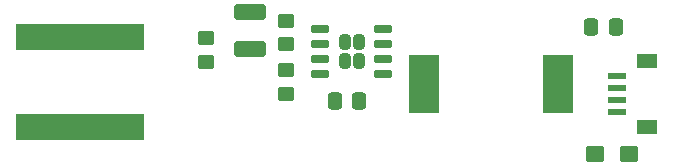
<source format=gbr>
%TF.GenerationSoftware,KiCad,Pcbnew,6.0.11-2627ca5db0~126~ubuntu22.04.1*%
%TF.CreationDate,2023-02-14T21:50:32-05:00*%
%TF.ProjectId,qwiic-interface,71776969-632d-4696-9e74-657266616365,2.0*%
%TF.SameCoordinates,Original*%
%TF.FileFunction,Paste,Top*%
%TF.FilePolarity,Positive*%
%FSLAX46Y46*%
G04 Gerber Fmt 4.6, Leading zero omitted, Abs format (unit mm)*
G04 Created by KiCad (PCBNEW 6.0.11-2627ca5db0~126~ubuntu22.04.1) date 2023-02-14 21:50:32*
%MOMM*%
%LPD*%
G01*
G04 APERTURE LIST*
G04 Aperture macros list*
%AMRoundRect*
0 Rectangle with rounded corners*
0 $1 Rounding radius*
0 $2 $3 $4 $5 $6 $7 $8 $9 X,Y pos of 4 corners*
0 Add a 4 corners polygon primitive as box body*
4,1,4,$2,$3,$4,$5,$6,$7,$8,$9,$2,$3,0*
0 Add four circle primitives for the rounded corners*
1,1,$1+$1,$2,$3*
1,1,$1+$1,$4,$5*
1,1,$1+$1,$6,$7*
1,1,$1+$1,$8,$9*
0 Add four rect primitives between the rounded corners*
20,1,$1+$1,$2,$3,$4,$5,0*
20,1,$1+$1,$4,$5,$6,$7,0*
20,1,$1+$1,$6,$7,$8,$9,0*
20,1,$1+$1,$8,$9,$2,$3,0*%
G04 Aperture macros list end*
%ADD10R,2.590800X5.003800*%
%ADD11RoundRect,0.250000X-0.450000X0.350000X-0.450000X-0.350000X0.450000X-0.350000X0.450000X0.350000X0*%
%ADD12RoundRect,0.250000X-0.337500X-0.475000X0.337500X-0.475000X0.337500X0.475000X-0.337500X0.475000X0*%
%ADD13RoundRect,0.242500X0.242500X0.402500X-0.242500X0.402500X-0.242500X-0.402500X0.242500X-0.402500X0*%
%ADD14RoundRect,0.150000X0.650000X0.150000X-0.650000X0.150000X-0.650000X-0.150000X0.650000X-0.150000X0*%
%ADD15R,10.845800X2.209800*%
%ADD16RoundRect,0.250000X-1.100000X0.412500X-1.100000X-0.412500X1.100000X-0.412500X1.100000X0.412500X0*%
%ADD17R,1.549400X0.609600*%
%ADD18R,1.803400X1.193800*%
%ADD19RoundRect,0.250000X-0.537500X-0.425000X0.537500X-0.425000X0.537500X0.425000X-0.537500X0.425000X0*%
G04 APERTURE END LIST*
D10*
%TO.C,L1*%
X138297700Y-68200000D03*
X149702300Y-68200000D03*
%TD*%
D11*
%TO.C,F1*%
X119900000Y-64300000D03*
X119900000Y-66300000D03*
%TD*%
D12*
%TO.C,C5*%
X152462500Y-63300000D03*
X154537500Y-63300000D03*
%TD*%
D13*
%TO.C,U1*%
X131600000Y-64600000D03*
X132800000Y-64600000D03*
X131600000Y-66200000D03*
X132800000Y-66200000D03*
D14*
X134850000Y-67305000D03*
X134850000Y-66035000D03*
X134850000Y-64765000D03*
X134850000Y-63495000D03*
X129550000Y-63495000D03*
X129550000Y-64765000D03*
X129550000Y-66035000D03*
X129550000Y-67305000D03*
%TD*%
D15*
%TO.C,J1*%
X109200000Y-64220000D03*
X109200000Y-71800000D03*
%TD*%
D11*
%TO.C,R2*%
X126600000Y-67000000D03*
X126600000Y-69000000D03*
%TD*%
%TO.C,R1*%
X126600000Y-62800000D03*
X126600000Y-64800000D03*
%TD*%
D16*
%TO.C,C1*%
X123600000Y-62075000D03*
X123600000Y-65200000D03*
%TD*%
D12*
%TO.C,C2*%
X130762500Y-69600000D03*
X132837500Y-69600000D03*
%TD*%
D17*
%TO.C,J2*%
X154675001Y-67500001D03*
X154675001Y-68500002D03*
X154675001Y-69500000D03*
X154675001Y-70500001D03*
D18*
X157200000Y-66200002D03*
X157200000Y-71800000D03*
%TD*%
D19*
%TO.C,C4*%
X152825000Y-74100000D03*
X155700000Y-74100000D03*
%TD*%
M02*

</source>
